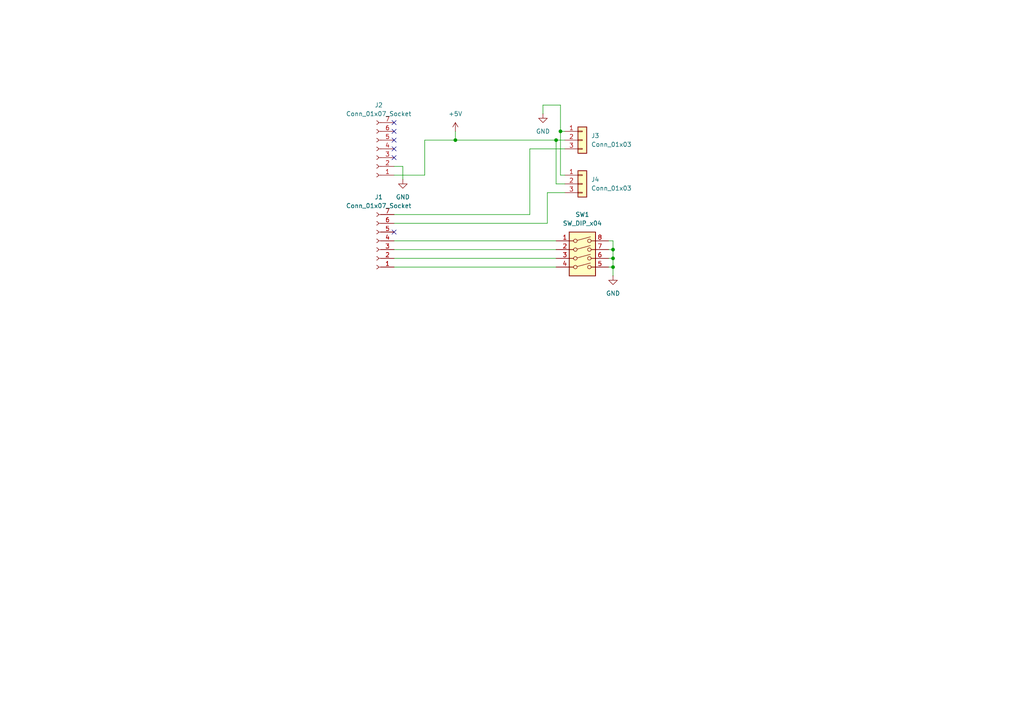
<source format=kicad_sch>
(kicad_sch (version 20231120) (generator "eeschema") (generator_version "8.0")
  (paper "A4")
  (lib_symbols
    (symbol "Connector:Conn_01x07_Socket" (pin_names (offset 1.016) hide)
      (property "Reference" "J" (at 0 10.16 0))
      (property "Value" "Conn_01x07_Socket" (at 0 -10.16 0))
      (symbol "Conn_01x07_Socket_1_1"
        (arc (start 0 -7.112) (mid -0.5058 -7.62) (end 0 -8.128) (stroke (width 0.1524)))
        (arc (start 0 -4.572) (mid -0.5058 -5.08) (end 0 -5.588) (stroke (width 0.1524)))
        (arc (start 0 -2.032) (mid -0.5058 -2.54) (end 0 -3.048) (stroke (width 0.1524)))
        (polyline (pts (xy -1.27 -7.62) (xy -0.508 -7.62)) (stroke (width 0.1524)))
        (polyline (pts (xy -1.27 -5.08) (xy -0.508 -5.08)) (stroke (width 0.1524)))
        (polyline (pts (xy -1.27 -2.54) (xy -0.508 -2.54)) (stroke (width 0.1524)))
        (polyline (pts (xy -1.27 0) (xy -0.508 0)) (stroke (width 0.1524)))
        (polyline (pts (xy -1.27 2.54) (xy -0.508 2.54)) (stroke (width 0.1524)))
        (polyline (pts (xy -1.27 5.08) (xy -0.508 5.08)) (stroke (width 0.1524)))
        (polyline (pts (xy -1.27 7.62) (xy -0.508 7.62)) (stroke (width 0.1524)))
        (arc (start 0 0.508) (mid -0.5058 0) (end 0 -0.508) (stroke (width 0.1524)))
        (arc (start 0 3.048) (mid -0.5058 2.54) (end 0 2.032) (stroke (width 0.1524)))
        (arc (start 0 5.588) (mid -0.5058 5.08) (end 0 4.572) (stroke (width 0.1524)))
        (arc (start 0 8.128) (mid -0.5058 7.62) (end 0 7.112) (stroke (width 0.1524)))
        (pin passive line (at -5.08 7.62 0) (length 3.81) (name "Pin_1") (number "1"))
        (pin passive line (at -5.08 5.08 0) (length 3.81) (name "Pin_2") (number "2"))
        (pin passive line (at -5.08 2.54 0) (length 3.81) (name "Pin_3") (number "3"))
        (pin passive line (at -5.08 0 0) (length 3.81) (name "Pin_4") (number "4"))
        (pin passive line (at -5.08 -2.54 0) (length 3.81) (name "Pin_5") (number "5"))
        (pin passive line (at -5.08 -5.08 0) (length 3.81) (name "Pin_6") (number "6"))
        (pin passive line (at -5.08 -7.62 0) (length 3.81) (name "Pin_7") (number "7"))
      )
    )
    (symbol "Connector_Generic:Conn_01x03" (pin_names (offset 1.016) hide)
      (property "Reference" "J" (at 0 5.08 0))
      (property "Value" "Conn_01x03" (at 0 -5.08 0))
      (symbol "Conn_01x03_1_1"
        (rectangle (start -1.27 -2.413) (end 0 -2.667) (stroke (width 0.1524)))
        (rectangle (start -1.27 0.127) (end 0 -0.127) (stroke (width 0.1524)))
        (rectangle (start -1.27 2.667) (end 0 2.413) (stroke (width 0.1524)))
        (rectangle (start -1.27 3.81) (end 1.27 -3.81) (stroke (width 0.254)) (fill (type background)))
        (pin passive line (at -5.08 2.54 0) (length 3.81) (name "Pin_1") (number "1"))
        (pin passive line (at -5.08 0 0) (length 3.81) (name "Pin_2") (number "2"))
        (pin passive line (at -5.08 -2.54 0) (length 3.81) (name "Pin_3") (number "3"))
      )
    )
    (symbol "Switch:SW_DIP_x04" (pin_names (offset 0) hide)
      (property "Reference" "SW" (at 0 8.89 0))
      (property "Value" "SW_DIP_x04" (at 0 -6.35 0))
      (symbol "SW_DIP_x04_0_0"
        (circle (center -2.032 -2.54) (radius 0.508))
        (circle (center -2.032 0) (radius 0.508))
        (circle (center -2.032 2.54) (radius 0.508))
        (circle (center -2.032 5.08) (radius 0.508))
        (polyline (pts (xy -1.524 -2.3876) (xy 2.3622 -1.3462)))
        (polyline (pts (xy -1.524 0.127) (xy 2.3622 1.1684)))
        (polyline (pts (xy -1.524 2.667) (xy 2.3622 3.7084)))
        (polyline (pts (xy -1.524 5.207) (xy 2.3622 6.2484)))
        (circle (center 2.032 -2.54) (radius 0.508))
        (circle (center 2.032 0) (radius 0.508))
        (circle (center 2.032 2.54) (radius 0.508))
        (circle (center 2.032 5.08) (radius 0.508))
      )
      (symbol "SW_DIP_x04_0_1"
        (rectangle (start -3.81 7.62) (end 3.81 -5.08) (stroke (width 0.254)) (fill (type background)))
      )
      (symbol "SW_DIP_x04_1_1"
        (pin passive line (at -7.62 5.08 0) (length 5.08) (name "~") (number "1"))
        (pin passive line (at -7.62 2.54 0) (length 5.08) (name "~") (number "2"))
        (pin passive line (at -7.62 0 0) (length 5.08) (name "~") (number "3"))
        (pin passive line (at -7.62 -2.54 0) (length 5.08) (name "~") (number "4"))
        (pin passive line (at 7.62 -2.54 180) (length 5.08) (name "~") (number "5"))
        (pin passive line (at 7.62 0 180) (length 5.08) (name "~") (number "6"))
        (pin passive line (at 7.62 2.54 180) (length 5.08) (name "~") (number "7"))
        (pin passive line (at 7.62 5.08 180) (length 5.08) (name "~") (number "8"))
      )
    )
    (symbol "power:+5V" (power) (pin_numbers hide) (pin_names (offset 0) hide)
      (property "Value" "+5V" (at 0 3.556 0))
      (symbol "+5V_0_1"
        (polyline (pts (xy -0.762 1.27) (xy 0 2.54)))
        (polyline (pts (xy 0 0) (xy 0 2.54)))
        (polyline (pts (xy 0 2.54) (xy 0.762 1.27)))
      )
      (symbol "+5V_1_1"
        (pin power_in line (at 0 0 90) (length 0) (name "~") (number "1"))
      )
    )
    (symbol "power:GND" (power) (pin_numbers hide) (pin_names (offset 0) hide)
      (property "Value" "GND" (at 0 -3.81 0))
      (symbol "GND_0_1"
        (polyline (pts (xy 0 0) (xy 0 -1.27) (xy 1.27 -1.27) (xy 0 -2.54) (xy -1.27 -1.27) (xy 0 -1.27)))
      )
      (symbol "GND_1_1"
        (pin power_in line (at 0 0 270) (length 0) (name "~") (number "1"))
      )
    )
  )
  (junction (at 161.29 40.64))
  (junction (at 132.08 40.64))
  (junction (at 177.8 72.39))
  (junction (at 177.8 77.47))
  (junction (at 177.8 74.93))
  (junction (at 162.56 38.1))
  (no_connect (at 114.3 38.1))
  (no_connect (at 114.3 35.56))
  (no_connect (at 114.3 43.18))
  (no_connect (at 114.3 67.31))
  (no_connect (at 114.3 45.72))
  (no_connect (at 114.3 40.64))
  (wire (pts (xy 162.56 30.48) (xy 162.56 38.1)))
  (wire (pts (xy 114.3 69.85) (xy 161.29 69.85)))
  (wire (pts (xy 116.84 48.26) (xy 114.3 48.26)))
  (wire (pts (xy 162.56 38.1) (xy 162.56 50.8)))
  (wire (pts (xy 114.3 50.8) (xy 123.19 50.8)))
  (wire (pts (xy 177.8 69.85) (xy 177.8 72.39)))
  (wire (pts (xy 114.3 74.93) (xy 161.29 74.93)))
  (wire (pts (xy 163.83 53.34) (xy 161.29 53.34)))
  (wire (pts (xy 163.83 38.1) (xy 162.56 38.1)))
  (wire (pts (xy 162.56 50.8) (xy 163.83 50.8)))
  (wire (pts (xy 177.8 74.93) (xy 177.8 77.47)))
  (wire (pts (xy 132.08 38.1) (xy 132.08 40.64)))
  (wire (pts (xy 176.53 72.39) (xy 177.8 72.39)))
  (wire (pts (xy 158.75 55.88) (xy 158.75 64.77)))
  (wire (pts (xy 176.53 77.47) (xy 177.8 77.47)))
  (wire (pts (xy 177.8 77.47) (xy 177.8 80.01)))
  (wire (pts (xy 177.8 72.39) (xy 177.8 74.93)))
  (wire (pts (xy 132.08 40.64) (xy 161.29 40.64)))
  (wire (pts (xy 158.75 64.77) (xy 114.3 64.77)))
  (wire (pts (xy 157.48 30.48) (xy 162.56 30.48)))
  (wire (pts (xy 176.53 69.85) (xy 177.8 69.85)))
  (wire (pts (xy 114.3 72.39) (xy 161.29 72.39)))
  (wire (pts (xy 123.19 50.8) (xy 123.19 40.64)))
  (wire (pts (xy 153.67 62.23) (xy 114.3 62.23)))
  (wire (pts (xy 161.29 53.34) (xy 161.29 40.64)))
  (wire (pts (xy 153.67 43.18) (xy 153.67 62.23)))
  (wire (pts (xy 163.83 55.88) (xy 158.75 55.88)))
  (wire (pts (xy 157.48 30.48) (xy 157.48 33.02)))
  (wire (pts (xy 163.83 43.18) (xy 153.67 43.18)))
  (wire (pts (xy 114.3 77.47) (xy 161.29 77.47)))
  (wire (pts (xy 176.53 74.93) (xy 177.8 74.93)))
  (wire (pts (xy 123.19 40.64) (xy 132.08 40.64)))
  (wire (pts (xy 116.84 52.07) (xy 116.84 48.26)))
  (wire (pts (xy 161.29 40.64) (xy 163.83 40.64)))
  (symbol (lib_id "Connector_Generic:Conn_01x03") (at 168.91 53.34 0) (unit 1)
    (property "Reference" "J4" (at 171.45 52.0699 0) (effects (justify left)))
    (property "Value" "Conn_01x03" (at 171.45 54.6099 0) (effects (justify left)))
    (property "Footprint" "Connector_PinHeader_2.54mm:PinHeader_1x03_P2.54mm_Vertical" (effects (hide yes)))
    (property "Description" "Generic connector, single row, 01x03, script generated (kicad-library-utils/schlib/autogen/connector/)" (effects (hide yes)))
  )
  (symbol (lib_id "power:GND") (at 177.8 80.01 0) (unit 1)
    (property "Reference" "#PWR01" (effects (hide yes)))
    (property "Value" "GND" (at 177.8 85.09 0))
    (property "Description" "Power symbol creates a global label with name \"GND\" , ground" (effects (hide yes)))
  )
  (symbol (lib_id "power:GND") (at 116.84 52.07 0) (unit 1)
    (property "Reference" "#PWR02" (effects (hide yes)))
    (property "Value" "GND" (at 116.84 57.15 0))
    (property "Description" "Power symbol creates a global label with name \"GND\" , ground" (effects (hide yes)))
  )
  (symbol (lib_id "Connector:Conn_01x07_Socket") (at 109.22 69.85 180) (unit 1)
    (property "Reference" "J1" (at 109.855 57.15 0))
    (property "Value" "Conn_01x07_Socket" (at 109.855 59.69 0))
    (property "Footprint" "Connector_PinSocket_2.54mm:PinSocket_1x07_P2.54mm_Vertical" (effects (hide yes)))
    (property "Description" "Generic connector, single row, 01x07, script generated" (effects (hide yes)))
  )
  (symbol (lib_id "Switch:SW_DIP_x04") (at 168.91 74.93 0) (unit 1)
    (property "Reference" "SW1" (at 168.91 62.23 0))
    (property "Value" "SW_DIP_x04" (at 168.91 64.77 0))
    (property "Footprint" "Button_Switch_THT:SW_DIP_SPSTx04_Slide_9.78x12.34mm_W7.62mm_P2.54mm" (effects (hide yes)))
    (property "Description" "4x DIP Switch, Single Pole Single Throw (SPST) switch, small symbol" (effects (hide yes)))
  )
  (symbol (lib_id "power:GND") (at 157.48 33.02 0) (unit 1)
    (property "Reference" "#PWR03" (effects (hide yes)))
    (property "Value" "GND" (at 157.48 38.1 0))
    (property "Description" "Power symbol creates a global label with name \"GND\" , ground" (effects (hide yes)))
  )
  (symbol (lib_id "power:+5V") (at 132.08 38.1 0) (unit 1)
    (property "Reference" "#PWR04" (effects (hide yes)))
    (property "Value" "+5V" (at 132.08 33.02 0))
    (property "Description" "Power symbol creates a global label with name \"+5V\"" (effects (hide yes)))
  )
  (symbol (lib_id "Connector_Generic:Conn_01x03") (at 168.91 40.64 0) (unit 1)
    (property "Reference" "J3" (at 171.45 39.3699 0) (effects (justify left)))
    (property "Value" "Conn_01x03" (at 171.45 41.9099 0) (effects (justify left)))
    (property "Footprint" "Connector_PinHeader_2.54mm:PinHeader_1x03_P2.54mm_Vertical" (effects (hide yes)))
    (property "Description" "Generic connector, single row, 01x03, script generated (kicad-library-utils/schlib/autogen/connector/)" (effects (hide yes)))
  )
  (symbol (lib_id "Connector:Conn_01x07_Socket") (at 109.22 43.18 180) (unit 1)
    (property "Reference" "J2" (at 109.855 30.48 0))
    (property "Value" "Conn_01x07_Socket" (at 109.855 33.02 0))
    (property "Footprint" "Connector_PinSocket_2.54mm:PinSocket_1x07_P2.54mm_Vertical" (effects (hide yes)))
    (property "Description" "Generic connector, single row, 01x07, script generated" (effects (hide yes)))
  )
)
</source>
